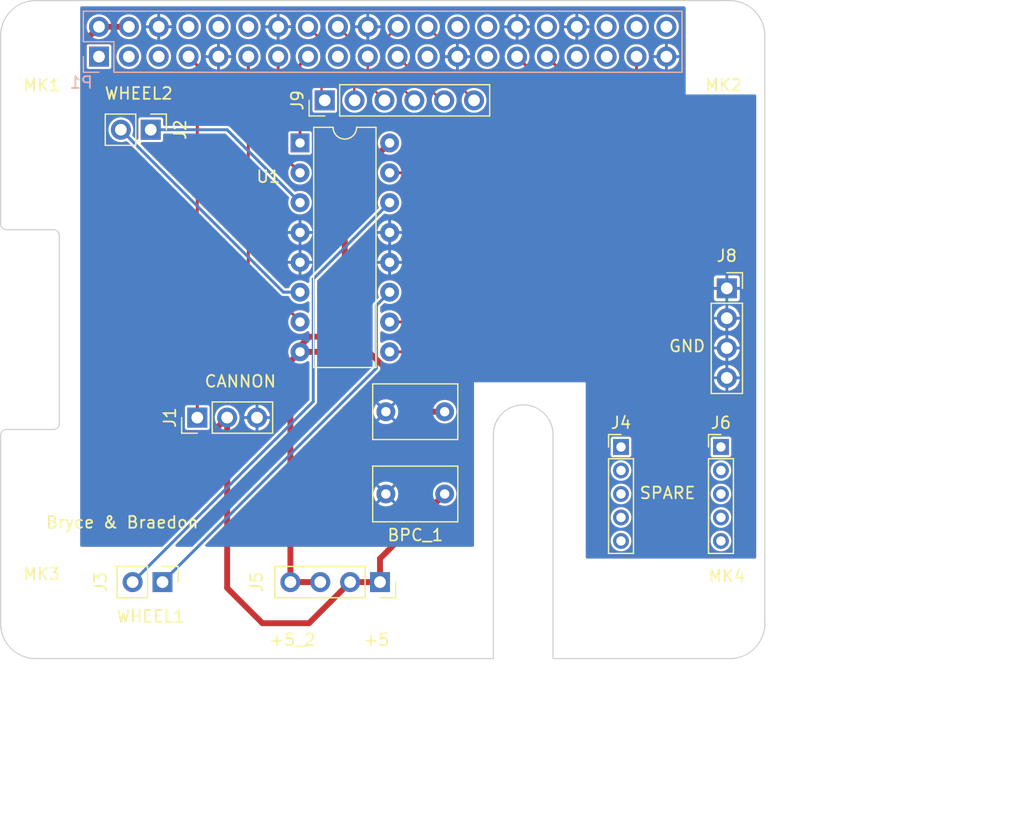
<source format=kicad_pcb>
(kicad_pcb (version 20240108) (generator "pcbnew") (generator_version "8.0")
  (title_block (date "15 nov 2012"))
  (layers (0 "F.Cu" signal) (31 "B.Cu" signal) (34 "B.Paste" user) (35 "F.Paste" user) (36 "B.SilkS" user "B.Silkscreen") (37 "F.SilkS" user "F.Silkscreen") (38 "B.Mask" user) (39 "F.Mask" user) (44 "Edge.Cuts" user))
  (net 0 "")
  (net 1 "+3V3")
  (net 2 "+5V")
  (net 3 "GND")
  (net 4 "/ID_SD")
  (net 5 "/ID_SC")
  (net 6 "/+5_2")
  (net 7 "/Cannon")
  (net 8 "/M1_R_O")
  (net 9 "/GPIO2(SDA1)")
  (net 10 "/GPIO3(SCL1)")
  (net 11 "/M1_F_O")
  (net 12 "/GPIO14(TXD0)")
  (net 13 "/GPIO15(RXD0)")
  (net 14 "/M2_R_O")
  (net 15 "/M2_F_O")
  (net 16 "/EN_2")
  (net 17 "/GPIO23(GEN4)")
  (net 18 "/GPIO24(GEN5)")
  (net 19 "/GPIO25(GEN6)")
  (net 20 "/GPIO18(GEN1)(PWM0)")
  (net 21 "/GPIO7(SPI1_CE_N)")
  (net 22 "/GPIO12(PWM0)")
  (net 23 "/GPIO13(PWM1)")
  (net 24 "/GPIO19(SPI1_MISO)")
  (net 25 "/GPIO16")
  (net 26 "/DO1")
  (net 27 "/DO2")
  (net 28 "/ADCCS")
  (net 29 "/ADCDIN")
  (net 30 "/ADCDOUT")
  (net 31 "/ADCCLK")
  (net 32 "/M1_R_I")
  (net 33 "/M1_F_I")
  (net 34 "/EN_1")
  (net 35 "/M2_F_I")
  (net 36 "/M2_R_I")
  (footprint "MountingHole:MountingHole_2.7mm_M2.5" (layer "F.Cu") (at 133.23 99.51)
    (property "Reference" "MK4" (at 0.27 -3.51 0) (layer "F.SilkS"))
    (property "Value" "M2.5")
    (pad "" np_thru_hole circle (at 0 0) (size 2.7 2.7) (drill 2.7) (layers "*.Cu" "*.Mask"))
  )
  (footprint "MountingHole:MountingHole_2.7mm_M2.5" (layer "F.Cu") (at 75.23 99.51)
    (property "Reference" "MK3" (at 0 -3.7 0) (layer "F.SilkS"))
    (property "Value" "M2.5")
    (pad "" np_thru_hole circle (at 0 0) (size 2.7 2.7) (drill 2.7) (layers "*.Cu" "*.Mask"))
  )
  (footprint "MountingHole:MountingHole_2.7mm_M2.5" (layer "F.Cu") (at 75.23 50.51 180)
    (property "Reference" "MK1" (at 0 -3.7 180) (layer "F.SilkS"))
    (property "Value" "M2.5")
    (pad "" np_thru_hole circle (at 0 0 180) (size 2.7 2.7) (drill 2.7) (layers "*.Cu" "*.Mask"))
  )
  (footprint "MountingHole:MountingHole_2.7mm_M2.5" (layer "F.Cu") (at 133.23 50.51 180)
    (property "Reference" "MK2" (at 0 -3.7 180) (layer "F.SilkS"))
    (property "Value" "M2.5")
    (pad "" np_thru_hole circle (at 0 0 180) (size 2.7 2.7) (drill 2.7) (layers "*.Cu" "*.Mask"))
  )
  (footprint "Connector_PinHeader_2.54mm:PinHeader_1x06_P2.54mm_Vertical" (layer "F.Cu") (at 99.3 55.5 90)
    (property "Reference" "J9" (at 0 -2.33 -90) (layer "F.SilkS"))
    (property "Value" "Conn_01x06_Pin")
    (fp_line (start -1.33 -1.33) (end 0 -1.33) (stroke (width 0.12)) (layer "F.SilkS"))
    (fp_line (start -1.33 0) (end -1.33 -1.33) (stroke (width 0.12)) (layer "F.SilkS"))
    (fp_line (start 1.33 1.27) (end 1.33 14.03) (stroke (width 0.12)) (layer "F.SilkS"))
    (fp_line (start -1.33 1.27) (end 1.33 1.27) (stroke (width 0.12)) (layer "F.SilkS"))
    (fp_line (start -1.33 1.27) (end -1.33 14.03) (stroke (width 0.12)) (layer "F.SilkS"))
    (fp_line (start -1.33 14.03) (end 1.33 14.03) (stroke (width 0.12)) (layer "F.SilkS"))
    (pad "1" thru_hole rect (at 0 0 90) (size 1.7 1.7) (drill 1) (layers "*.Cu" "*.Mask") (net 17 "/GPIO23(GEN4)"))
    (pad "2" thru_hole oval (at 0 2.54 90) (size 1.7 1.7) (drill 1) (layers "*.Cu" "*.Mask") (net 18 "/GPIO24(GEN5)"))
    (pad "3" thru_hole oval (at 0 5.08 90) (size 1.7 1.7) (drill 1) (layers "*.Cu" "*.Mask") (net 29 "/ADCDIN"))
    (pad "4" thru_hole oval (at 0 7.62 90) (size 1.7 1.7) (drill 1) (layers "*.Cu" "*.Mask") (net 19 "/GPIO25(GEN6)"))
    (pad "5" thru_hole oval (at 0 10.16 90) (size 1.7 1.7) (drill 1) (layers "*.Cu" "*.Mask") (net 30 "/ADCDOUT"))
    (pad "6" thru_hole oval (at 0 12.7 90) (size 1.7 1.7) (drill 1) (layers "*.Cu" "*.Mask") (net 28 "/ADCCS"))
  )
  (footprint "Connector_PinHeader_2.54mm:PinHeader_1x03_P2.54mm_Vertical" (layer "F.Cu") (at 88.46 82.5 90)
    (property "Reference" "J1" (at 0 -2.33 -90) (layer "F.SilkS"))
    (property "Value" "Conn_01x03_Pin")
    (fp_line (start -1.33 -1.33) (end 0 -1.33) (stroke (width 0.12)) (layer "F.SilkS"))
    (fp_line (start -1.33 0) (end -1.33 -1.33) (stroke (width 0.12)) (layer "F.SilkS"))
    (fp_line (start 1.33 1.27) (end 1.33 6.41) (stroke (width 0.12)) (layer "F.SilkS"))
    (fp_line (start -1.33 1.27) (end 1.33 1.27) (stroke (width 0.12)) (layer "F.SilkS"))
    (fp_line (start -1.33 1.27) (end -1.33 6.41) (stroke (width 0.12)) (layer "F.SilkS"))
    (fp_line (start -1.33 6.41) (end 1.33 6.41) (stroke (width 0.12)) (layer "F.SilkS"))
    (pad "1" thru_hole rect (at 0 0 90) (size 1.7 1.7) (drill 1) (layers "*.Cu" "*.Mask") (net 7 "/Cannon"))
    (pad "2" thru_hole oval (at 0 2.54 90) (size 1.7 1.7) (drill 1) (layers "*.Cu" "*.Mask") (net 2 "+5V"))
    (pad "3" thru_hole oval (at 0 5.08 90) (size 1.7 1.7) (drill 1) (layers "*.Cu" "*.Mask") (net 3 "GND"))
  )
  (footprint "Capacitor_THT:C_Rect_L7.0mm_W4.5mm_P5.00mm" (layer "F.Cu") (at 109.5 82 180)
    (property "Reference" "BPC_2" (hide yes))
    (property "Value" "100uF")
    (fp_line (start 6.12 -2.37) (end 6.12 2.37) (stroke (width 0.12)) (layer "F.SilkS"))
    (fp_line (start -1.12 2.37) (end 6.12 2.37) (stroke (width 0.12)) (layer "F.SilkS"))
    (fp_line (start -1.12 -2.37) (end 6.12 -2.37) (stroke (width 0.12)) (layer "F.SilkS"))
    (fp_line (start -1.12 -2.37) (end -1.12 2.37) (stroke (width 0.12)) (layer "F.SilkS"))
    (pad "1" thru_hole circle (at 0 0 180) (size 1.6 1.6) (drill 0.8) (layers "*.Cu" "*.Mask") (net 6 "/+5_2"))
    (pad "2" thru_hole circle (at 5 0 180) (size 1.6 1.6) (drill 0.8) (layers "*.Cu" "*.Mask") (net 3 "GND"))
  )
  (footprint "Connector_PinHeader_2.00mm:PinHeader_1x05_P2.00mm_Vertical" (layer "F.Cu") (at 124.5 85)
    (property "Reference" "J4" (at 0 -2.06 0) (layer "F.SilkS"))
    (property "Value" "Conn_01x05_Pin")
    (fp_line (start -1.06 -1.06) (end 0 -1.06) (stroke (width 0.12)) (layer "F.SilkS"))
    (fp_line (start -1.06 0) (end -1.06 -1.06) (stroke (width 0.12)) (layer "F.SilkS"))
    (fp_line (start -1.06 1) (end -1.06 9.06) (stroke (width 0.12)) (layer "F.SilkS"))
    (fp_line (start -1.06 1) (end 1.06 1) (stroke (width 0.12)) (layer "F.SilkS"))
    (fp_line (start -1.06 9.06) (end 1.06 9.06) (stroke (width 0.12)) (layer "F.SilkS"))
    (fp_line (start 1.06 1) (end 1.06 9.06) (stroke (width 0.12)) (layer "F.SilkS"))
    (pad "1" thru_hole rect (at 0 0) (size 1.35 1.35) (drill 0.8) (layers "*.Cu" "*.Mask"))
    (pad "2" thru_hole oval (at 0 2) (size 1.35 1.35) (drill 0.8) (layers "*.Cu" "*.Mask"))
    (pad "3" thru_hole oval (at 0 4) (size 1.35 1.35) (drill 0.8) (layers "*.Cu" "*.Mask"))
    (pad "4" thru_hole oval (at 0 6) (size 1.35 1.35) (drill 0.8) (layers "*.Cu" "*.Mask"))
    (pad "5" thru_hole oval (at 0 8) (size 1.35 1.35) (drill 0.8) (layers "*.Cu" "*.Mask"))
  )
  (footprint "Connector_PinSocket_2.54mm:PinSocket_1x04_P2.54mm_Vertical" (layer "F.Cu") (at 133.5 71.5)
    (property "Reference" "J8" (at 0 -2.77 0) (layer "F.SilkS"))
    (property "Value" "Conn_01x04_Socket")
    (fp_line (start -1.33 1.27) (end -1.33 8.95) (stroke (width 0.12)) (layer "F.SilkS"))
    (fp_line (start -1.33 1.27) (end 1.33 1.27) (stroke (width 0.12)) (layer "F.SilkS"))
    (fp_line (start -1.33 8.95) (end 1.33 8.95) (stroke (width 0.12)) (layer "F.SilkS"))
    (fp_line (start 0 -1.33) (end 1.33 -1.33) (stroke (width 0.12)) (layer "F.SilkS"))
    (fp_line (start 1.33 -1.33) (end 1.33 0) (stroke (width 0.12)) (layer "F.SilkS"))
    (fp_line (start 1.33 1.27) (end 1.33 8.95) (stroke (width 0.12)) (layer "F.SilkS"))
    (pad "1" thru_hole rect (at 0 0) (size 1.7 1.7) (drill 1) (layers "*.Cu" "*.Mask") (net 3 "GND"))
    (pad "2" thru_hole oval (at 0 2.54) (size 1.7 1.7) (drill 1) (layers "*.Cu" "*.Mask") (net 3 "GND"))
    (pad "3" thru_hole oval (at 0 5.08) (size 1.7 1.7) (drill 1) (layers "*.Cu" "*.Mask") (net 3 "GND"))
    (pad "4" thru_hole oval (at 0 7.62) (size 1.7 1.7) (drill 1) (layers "*.Cu" "*.Mask") (net 3 "GND"))
  )
  (footprint "Capacitor_THT:C_Rect_L7.0mm_W4.5mm_P5.00mm" (layer "F.Cu") (at 109.5 89 180)
    (property "Reference" "BPC_1" (at 2.5 -3.5 180) (layer "F.SilkS"))
    (property "Value" "100uF")
    (fp_line (start 6.12 -2.37) (end 6.12 2.37) (stroke (width 0.12)) (layer "F.SilkS"))
    (fp_line (start -1.12 2.37) (end 6.12 2.37) (stroke (width 0.12)) (layer "F.SilkS"))
    (fp_line (start -1.12 -2.37) (end 6.12 -2.37) (stroke (width 0.12)) (layer "F.SilkS"))
    (fp_line (start -1.12 -2.37) (end -1.12 2.37) (stroke (width 0.12)) (layer "F.SilkS"))
    (pad "1" thru_hole circle (at 0 0 180) (size 1.6 1.6) (drill 0.8) (layers "*.Cu" "*.Mask") (net 2 "+5V"))
    (pad "2" thru_hole circle (at 5 0 180) (size 1.6 1.6) (drill 0.8) (layers "*.Cu" "*.Mask") (net 3 "GND"))
  )
  (footprint "Package_DIP:DIP-16_W7.62mm" (layer "F.Cu") (at 97.2 59.125)
    (property "Reference" "U1" (at -2.7 2.875 0) (layer "F.SilkS"))
    (property "Value" "L293")
    (fp_line (start 1.16 -1.33) (end 1.16 19.11) (stroke (width 0.12)) (layer "F.SilkS"))
    (fp_line (start 1.16 19.11) (end 6.46 19.11) (stroke (width 0.12)) (layer "F.SilkS"))
    (fp_line (start 2.81 -1.33) (end 1.16 -1.33) (stroke (width 0.12)) (layer "F.SilkS"))
    (fp_line (start 6.46 -1.33) (end 4.81 -1.33) (stroke (width 0.12)) (layer "F.SilkS"))
    (fp_line (start 6.46 19.11) (end 6.46 -1.33) (stroke (width 0.12)) (layer "F.SilkS"))
    (fp_arc (start 4.81 -1.33) (mid 3.81 -0.33) (end 2.81 -1.33) (stroke (width 0.12)) (layer "F.SilkS"))
    (pad "1" thru_hole rect (at 0 0) (size 1.6 1.6) (drill 0.8) (layers "*.Cu" "*.Mask") (net 34 "/EN_1"))
    (pad "2" thru_hole oval (at 0 2.54) (size 1.6 1.6) (drill 0.8) (layers "*.Cu" "*.Mask") (net 33 "/M1_F_I"))
    (pad "3" thru_hole oval (at 0 5.08) (size 1.6 1.6) (drill 0.8) (layers "*.Cu" "*.Mask") (net 11 "/M1_F_O"))
    (pad "4" thru_hole oval (at 0 7.62) (size 1.6 1.6) (drill 0.8) (layers "*.Cu" "*.Mask") (net 3 "GND"))
    (pad "5" thru_hole oval (at 0 10.16) (size 1.6 1.6) (drill 0.8) (layers "*.Cu" "*.Mask") (net 3 "GND"))
    (pad "6" thru_hole oval (at 0 12.7) (size 1.6 1.6) (drill 0.8) (layers "*.Cu" "*.Mask") (net 8 "/M1_R_O"))
    (pad "7" thru_hole oval (at 0 15.24) (size 1.6 1.6) (drill 0.8) (layers "*.Cu" "*.Mask") (net 32 "/M1_R_I"))
    (pad "8" thru_hole oval (at 0 17.78) (size 1.6 1.6) (drill 0.8) (layers "*.Cu" "*.Mask") (net 6 "/+5_2"))
    (pad "9" thru_hole oval (at 7.62 17.78) (size 1.6 1.6) (drill 0.8) (layers "*.Cu" "*.Mask") (net 16 "/EN_2"))
    (pad "10" thru_hole oval (at 7.62 15.24) (size 1.6 1.6) (drill 0.8) (layers "*.Cu" "*.Mask") (net 35 "/M2_F_I"))
    (pad "11" thru_hole oval (at 7.62 12.7) (size 1.6 1.6) (drill 0.8) (layers "*.Cu" "*.Mask") (net 15 "/M2_F_O"))
    (pad "12" thru_hole oval (at 7.62 10.16) (size 1.6 1.6) (drill 0.8) (layers "*.Cu" "*.Mask") (net 3 "GND"))
    (pad "13" thru_hole oval (at 7.62 7.62) (size 1.6 1.6) (drill 0.8) (layers "*.Cu" "*.Mask") (net 3 "GND"))
    (pad "14" thru_hole oval (at 7.62 5.08) (size 1.6 1.6) (drill 0.8) (layers "*.Cu" "*.Mask") (net 14 "/M2_R_O"))
    (pad "15" thru_hole oval (at 7.62 2.54) (size 1.6 1.6) (drill 0.8) (layers "*.Cu" "*.Mask") (net 36 "/M2_R_I"))
    (pad "16" thru_hole oval (at 7.62 0) (size 1.6 1.6) (drill 0.8) (layers "*.Cu" "*.Mask") (net 6 "/+5_2"))
  )
  (footprint "Connector_PinHeader_2.54mm:PinHeader_1x02_P2.54mm_Vertical" (layer "F.Cu") (at 85.5 96.5 -90)
    (property "Reference" "J3" (at 0 5.275 90) (layer "F.SilkS"))
    (property "Value" "Conn_01x02_Pin")
    (fp_line (start -1.33 3.87) (end 1.33 3.87) (stroke (width 0.12)) (layer "F.SilkS"))
    (fp_line (start -1.33 1.27) (end -1.33 3.87) (stroke (width 0.12)) (layer "F.SilkS"))
    (fp_line (start -1.33 1.27) (end 1.33 1.27) (stroke (width 0.12)) (layer "F.SilkS"))
    (fp_line (start 1.33 1.27) (end 1.33 3.87) (stroke (width 0.12)) (layer "F.SilkS"))
    (fp_line (start -1.33 0) (end -1.33 -1.33) (stroke (width 0.12)) (layer "F.SilkS"))
    (fp_line (start -1.33 -1.33) (end 0 -1.33) (stroke (width 0.12)) (layer "F.SilkS"))
    (pad "1" thru_hole rect (at 0 0 270) (size 1.7 1.7) (drill 1) (layers "*.Cu" "*.Mask") (net 15 "/M2_F_O"))
    (pad "2" thru_hole oval (at 0 2.54 270) (size 1.7 1.7) (drill 1) (layers "*.Cu" "*.Mask") (net 14 "/M2_R_O"))
  )
  (footprint "Connector_PinHeader_2.00mm:PinHeader_1x05_P2.00mm_Vertical" (layer "F.Cu") (at 133 85)
    (property "Reference" "J6" (at 0 -2.06 0) (layer "F.SilkS"))
    (property "Value" "Conn_01x05_Pin")
    (fp_line (start -1.06 -1.06) (end 0 -1.06) (stroke (width 0.12)) (layer "F.SilkS"))
    (fp_line (start -1.06 0) (end -1.06 -1.06) (stroke (width 0.12)) (layer "F.SilkS"))
    (fp_line (start -1.06 1) (end -1.06 9.06) (stroke (width 0.12)) (layer "F.SilkS"))
    (fp_line (start -1.06 1) (end 1.06 1) (stroke (width 0.12)) (layer "F.SilkS"))
    (fp_line (start -1.06 9.06) (end 1.06 9.06) (stroke (width 0.12)) (layer "F.SilkS"))
    (fp_line (start 1.06 1) (end 1.06 9.06) (stroke (width 0.12)) (layer "F.SilkS"))
    (pad "1" thru_hole rect (at 0 0) (size 1.35 1.35) (drill 0.8) (layers "*.Cu" "*.Mask"))
    (pad "2" thru_hole oval (at 0 2) (size 1.35 1.35) (drill 0.8) (layers "*.Cu" "*.Mask"))
    (pad "3" thru_hole oval (at 0 4) (size 1.35 1.35) (drill 0.8) (layers "*.Cu" "*.Mask"))
    (pad "4" thru_hole oval (at 0 6) (size 1.35 1.35) (drill 0.8) (layers "*.Cu" "*.Mask"))
    (pad "5" thru_hole oval (at 0 8) (size 1.35 1.35) (drill 0.8) (layers "*.Cu" "*.Mask"))
  )
  (footprint "Connector_PinHeader_2.54mm:PinHeader_1x02_P2.54mm_Vertical" (layer "F.Cu") (at 84.5 58 -90)
    (property "Reference" "J2" (at 0 -2.5 90) (layer "F.SilkS"))
    (property "Value" "Conn_01x02_Pin")
    (fp_line (start -1.33 3.87) (end 1.33 3.87) (stroke (width 0.12)) (layer "F.SilkS"))
    (fp_line (start -1.33 1.27) (end -1.33 3.87) (stroke (width 0.12)) (layer "F.SilkS"))
    (fp_line (start -1.33 1.27) (end 1.33 1.27) (stroke (width 0.12)) (layer "F.SilkS"))
    (fp_line (start 1.33 1.27) (end 1.33 3.87) (stroke (width 0.12)) (layer "F.SilkS"))
    (fp_line (start -1.33 0) (end -1.33 -1.33) (stroke (width 0.12)) (layer "F.SilkS"))
    (fp_line (start -1.33 -1.33) (end 0 -1.33) (stroke (width 0.12)) (layer "F.SilkS"))
    (pad "1" thru_hole rect (at 0 0 270) (size 1.7 1.7) (drill 1) (layers "*.Cu" "*.Mask") (net 11 "/M1_F_O"))
    (pad "2" thru_hole oval (at 0 2.54 270) (size 1.7 1.7) (drill 1) (layers "*.Cu" "*.Mask") (net 8 "/M1_R_O"))
  )
  (footprint "Connector_PinSocket_2.54mm:PinSocket_1x04_P2.54mm_Vertical" (layer "F.Cu") (at 104 96.5 -90)
    (property "Reference" "J5" (at 0 10.5 90) (layer "F.SilkS"))
    (property "Value" "Conn_01x04_Socket")
    (fp_line (start -1.33 8.95) (end 1.33 8.95) (stroke (width 0.12)) (layer "F.SilkS"))
    (fp_line (start -1.33 1.27) (end -1.33 8.95) (stroke (width 0.12)) (layer "F.SilkS"))
    (fp_line (start -1.33 1.27) (end 1.33 1.27) (stroke (width 0.12)) (layer "F.SilkS"))
    (fp_line (start 1.33 1.27) (end 1.33 8.95) (stroke (width 0.12)) (layer "F.SilkS"))
    (fp_line (start 0 -1.33) (end 1.33 -1.33) (stroke (width 0.12)) (layer "F.SilkS"))
    (fp_line (start 1.33 -1.33) (end 1.33 0) (stroke (width 0.12)) (layer "F.SilkS"))
    (pad "1" thru_hole rect (at 0 0 270) (size 1.7 1.7) (drill 1) (layers "*.Cu" "*.Mask") (net 2 "+5V"))
    (pad "2" thru_hole oval (at 0 2.54 270) (size 1.7 1.7) (drill 1) (layers "*.Cu" "*.Mask") (net 2 "+5V"))
    (pad "3" thru_hole oval (at 0 5.08 270) (size 1.7 1.7) (drill 1) (layers "*.Cu" "*.Mask") (net 6 "/+5_2"))
    (pad "4" thru_hole oval (at 0 7.62 270) (size 1.7 1.7) (drill 1) (layers "*.Cu" "*.Mask") (net 6 "/+5_2"))
  )
  (footprint "Connector_PinSocket_2.54mm:PinSocket_2x20_P2.54mm_Vertical" (layer "B.Cu") (at 80.1 51.78 -90)
    (property "Reference" "P1" (at 2.208 1.512 0) (layer "B.SilkS") (effects (justify mirror)))
    (property "Value" "Conn_02x20_Odd_Even")
    (fp_line (start -3.87 1.33) (end -1.27 1.33) (stroke (width 0.12)) (layer "B.SilkS"))
    (fp_line (start -3.87 1.33) (end -3.87 -49.59) (stroke (width 0.12)) (layer "B.SilkS"))
    (fp_line (start -1.27 1.33) (end -1.27 -1.27) (stroke (width 0.12)) (layer "B.SilkS"))
    (fp_line (start 0 1.33) (end 1.33 1.33) (stroke (width 0.12)) (layer "B.SilkS"))
    (fp_line (start 1.33 1.33) (end 1.33 0) (stroke (width 0.12)) (layer "B.SilkS"))
    (fp_line (start -1.27 -1.27) (end 1.33 -1.27) (stroke (width 0.12)) (layer "B.SilkS"))
    (fp_line (start 1.33 -1.27) (end 1.33 -49.59) (stroke (width 0.12)) (layer "B.SilkS"))
    (fp_line (start -3.87 -49.59) (end 1.33 -49.59) (stroke (width 0.12)) (layer "B.SilkS"))
    (pad "1" thru_hole rect (at 0 0 270) (size 1.7 1.7) (drill 1) (layers "*.Cu" "*.Mask") (net 1 "+3V3"))
    (pad "2" thru_hole oval (at -2.54 0 270) (size 1.7 1.7) (drill 1) (layers "*.Cu" "*.Mask") (net 2 "+5V"))
    (pad "3" thru_hole oval (at 0 -2.54 270) (size 1.7 1.7) (drill 1) (layers "*.Cu" "*.Mask") (net 9 "/GPIO2(SDA1)"))
    (pad "4" thru_hole oval (at -2.54 -2.54 270) (size 1.7 1.7) (drill 1) (layers "*.Cu" "*.Mask") (net 2 "+5V"))
    (pad "5" thru_hole oval (at 0 -5.08 270) (size 1.7 1.7) (drill 1) (layers "*.Cu" "*.Mask") (net 10 "/GPIO3(SCL1)"))
    (pad "6" thru_hole oval (at -2.54 -5.08 270) (size 1.7 1.7) (drill 1) (layers "*.Cu" "*.Mask") (net 3 "GND"))
    (pad "7" thru_hole oval (at 0 -7.62 270) (size 1.7 1.7) (drill 1) (layers "*.Cu" "*.Mask") (net 7 "/Cannon"))
    (pad "8" thru_hole oval (at -2.54 -7.62 270) (size 1.7 1.7) (drill 1) (layers "*.Cu" "*.Mask") (net 12 "/GPIO14(TXD0)"))
    (pad "9" thru_hole oval (at 0 -10.16 270) (size 1.7 1.7) (drill 1) (layers "*.Cu" "*.Mask") (net 3 "GND"))
    (pad "10" thru_hole oval (at -2.54 -10.16 270) (size 1.7 1.7) (drill 1) (layers "*.Cu" "*.Mask") (net 13 "/GPIO15(RXD0)"))
    (pad "11" thru_hole oval (at 0 -12.7 270) (size 1.7 1.7) (drill 1) (layers "*.Cu" "*.Mask") (net 32 "/M1_R_I"))
    (pad "12" thru_hole oval (at -2.54 -12.7 270) (size 1.7 1.7) (drill 1) (layers "*.Cu" "*.Mask") (net 20 "/GPIO18(GEN1)(PWM0)"))
    (pad "13" thru_hole oval (at 0 -15.24 270) (size 1.7 1.7) (drill 1) (layers "*.Cu" "*.Mask") (net 33 "/M1_F_I"))
    (pad "14" thru_hole oval (at -2.54 -15.24 270) (size 1.7 1.7) (drill 1) (layers "*.Cu" "*.Mask") (net 3 "GND"))
    (pad "15" thru_hole oval (at 0 -17.78 270) (size 1.7 1.7) (drill 1) (layers "*.Cu" "*.Mask") (net 34 "/EN_1"))
    (pad "16" thru_hole oval (at -2.54 -17.78 270) (size 1.7 1.7) (drill 1) (layers "*.Cu" "*.Mask") (net 17 "/GPIO23(GEN4)"))
    (pad "17" thru_hole oval (at 0 -20.32 270) (size 1.7 1.7) (drill 1) (layers "*.Cu" "*.Mask") (net 1 "+3V3"))
    (pad "18" thru_hole oval (at -2.54 -20.32 270) (size 1.7 1.7) (drill 1) (layers "*.Cu" "*.Mask") (net 18 "/GPIO24(GEN5)"))
    (pad "19" thru_hole oval (at 0 -22.86 270) (size 1.7 1.7) (drill 1) (layers "*.Cu" "*.Mask") (net 29 "/ADCDIN"))
    (pad "20" thru_hole oval (at -2.54 -22.86 270) (size 1.7 1.7) (drill 1) (layers "*.Cu" "*.Mask") (net 3 "GND"))
    (pad "21" thru_hole oval (at 0 -25.4 270) (size 1.7 1.7) (drill 1) (layers "*.Cu" "*.Mask") (net 30 "/ADCDOUT"))
    (pad "22" thru_hole oval (at -2.54 -25.4 270) (size 1.7 1.7) (drill 1) (layers "*.Cu" "*.Mask") (net 19 "/GPIO25(GEN6)"))
    (pad "23" thru_hole oval (at 0 -27.94 270) (size 1.7 1.7) (drill 1) (layers "*.Cu" "*.Mask") (net 31 "/ADCCLK"))
    (pad "24" thru_hole oval (at -2.54 -27.94 270) (size 1.7 1.7) (drill 1) (layers "*.Cu" "*.Mask") (net 28 "/ADCCS"))
    (pad "25" thru_hole oval (at 0 -30.48 270) (size 1.7 1.7) (drill 1) (layers "*.Cu" "*.Mask") (net 3 "GND"))
    (pad "26" thru_hole oval (at -2.54 -30.48 270) (size 1.7 1.7) (drill 1) (layers "*.Cu" "*.Mask") (net 21 "/GPIO7(SPI1_CE_N)"))
    (pad "27" thru_hole oval (at 0 -33.02 270) (size 1.7 1.7) (drill 1) (layers "*.Cu" "*.Mask") (net 4 "/ID_SD"))
    (pad "28" thru_hole oval (at -2.54 -33.02 270) (size 1.7 1.7) (drill 1) (layers "*.Cu" "*.Mask") (net 5 "/ID_SC"))
    (pad "29" thru_hole oval (at 0 -35.56 270) (size 1.7 1.7) (drill 1) (layers "*.Cu" "*.Mask") (net 36 "/M2_R_I"))
    (pad "30" thru_hole oval (at -2.54 -35.56 270) (size 1.7 1.7) (drill 1) (layers "*.Cu" "*.Mask") (net 3 "GND"))
    (pad "31" thru_hole oval (at 0 -38.1 270) (size 1.7 1.7) (drill 1) (layers "*.Cu" "*.Mask") (net 35 "/M2_F_I"))
    (pad "32" thru_hole oval (at -2.54 -38.1 270) (size 1.7 1.7) (drill 1) (layers "*.Cu" "*.Mask") (net 22 "/GPIO12(PWM0)"))
    (pad "33" thru_hole oval (at 0 -40.64 270) (size 1.7 1.7) (drill 1) (layers "*.Cu" "*.Mask") (net 23 "/GPIO13(PWM1)"))
    (pad "34" thru_hole oval (at -2.54 -40.64 270) (size 1.7 1.7) (drill 1) (layers "*.Cu" "*.Mask") (net 3 "GND"))
    (pad "35" thru_hole oval (at 0 -43.18 270) (size 1.7 1.7) (drill 1) (layers "*.Cu" "*.Mask") (net 24 "/GPIO19(SPI1_MISO)"))
    (pad "36" thru_hole oval (at -2.54 -43.18 270) (size 1.7 1.7) (drill 1) (layers "*.Cu" "*.Mask") (net 25 "/GPIO16"))
    (pad "37" thru_hole oval (at 0 -45.72 270) (size 1.7 1.7) (drill 1) (layers "*.Cu" "*.Mask") (net 16 "/EN_2"))
    (pad "38" thru_hole oval (at -2.54 -45.72 270) (size 1.7 1.7) (drill 1) (layers "*.Cu" "*.Mask") (net 26 "/DO1"))
    (pad "39" thru_hole oval (at 0 -48.26 270) (size 1.7 1.7) (drill 1) (layers "*.Cu" "*.Mask") (net 3 "GND"))
    (pad "40" thru_hole oval (at -2.54 -48.26 270) (size 1.7 1.7) (drill 1) (layers "*.Cu" "*.Mask") (net 27 "/DO2"))
  )
  (gr_line (start 71.73 84.01) (end 71.73 100.01) (stroke (width 0.1)) (layer "Edge.Cuts"))
  (gr_line (start 136.73 100.01) (end 136.73 50.01) (stroke (width 0.1)) (layer "Edge.Cuts"))
  (gr_line (start 74.73 103.01) (end 113.64 103.01) (stroke (width 0.1)) (layer "Edge.Cuts"))
  (gr_arc (start 76.73 83.01) (mid 76.583553 83.363553) (end 76.23 83.51) (stroke (width 0.1)) (layer "Edge.Cuts"))
  (gr_line (start 76.23 83.51) (end 72.23 83.51) (stroke (width 0.1)) (layer "Edge.Cuts"))
  (gr_arc (start 113.640492 84.00999) (mid 116.155004 81.420123) (end 118.72 83.96) (stroke (width 0.1)) (layer "Edge.Cuts"))
  (gr_line (start 113.64 103.01) (end 113.64 84.01) (stroke (width 0.1)) (layer "Edge.Cuts"))
  (gr_line (start 118.72 83.96) (end 118.72 103.01) (stroke (width 0.1)) (layer "Edge.Cuts"))
  (gr_arc (start 133.73 47.01) (mid 135.85132 47.88868) (end 136.73 50.01) (stroke (width 0.1)) (layer "Edge.Cuts"))
  (gr_arc (start 72.23 66.51) (mid 71.876447 66.363553) (end 71.73 66.01) (stroke (width 0.1)) (layer "Edge.Cuts"))
  (gr_arc (start 136.738803 100.01) (mid 135.937365 102.054611) (end 133.96 103.009999) (stroke (width 0.1)) (layer "Edge.Cuts"))
  (gr_arc (start 71.73 84.01) (mid 71.876138 83.656755) (end 72.229127 83.510001) (stroke (width 0.1)) (layer "Edge.Cuts"))
  (gr_arc (start 74.73 103.01) (mid 72.60868 102.13132) (end 71.73 100.01) (stroke (width 0.1)) (layer "Edge.Cuts"))
  (gr_arc (start 76.23 66.51) (mid 76.583553 66.656447) (end 76.73 67.01) (stroke (width 0.1)) (layer "Edge.Cuts"))
  (gr_arc (start 71.73 50.01) (mid 72.60868 47.88868) (end 74.73 47.01) (stroke (width 0.1)) (layer "Edge.Cuts"))
  (gr_line (start 133.73 47.01) (end 74.73 47.01) (stroke (width 0.1)) (layer "Edge.Cuts"))
  (gr_line (start 118.72 103.01) (end 133.96 103.01) (stroke (width 0.1)) (layer "Edge.Cuts"))
  (gr_line (start 72.23 66.51) (end 76.23 66.51) (stroke (width 0.1)) (layer "Edge.Cuts"))
  (gr_line (start 71.73 50.01) (end 71.73 66.01) (stroke (width 0.1)) (layer "Edge.Cuts"))
  (gr_line (start 76.73 67.01) (end 76.73 83.01) (stroke (width 0.1)) (layer "Edge.Cuts"))
  (gr_text "WHEEL1" (at 81.5 100 0) (layer "F.SilkS") (effects (font (size 1 1)) (justify left bottom)))
  (gr_text "Bryce & Braedon" (at 75.5 92 0) (layer "F.SilkS") (effects (font (size 1 1)) (justify left bottom)))
  (gr_text "GND" (at 128.5 77 0) (layer "F.SilkS") (effects (font (size 1 1)) (justify left bottom)))
  (gr_text "+5" (at 102.5 102 0) (layer "F.SilkS") (effects (font (size 1 1)) (justify left bottom)))
  (gr_text "WHEEL2" (at 80.5 55.5 0) (layer "F.SilkS") (effects (font (size 1 1)) (justify left bottom)))
  (gr_text "+5_2" (at 94.5 102 0) (layer "F.SilkS") (effects (font (size 1 1)) (justify left bottom)))
  (gr_text "SPARE" (at 126 89.5 0) (layer "F.SilkS") (effects (font (size 1 1)) (justify left bottom)))
  (gr_text "CANNON" (at 89 80 0) (layer "F.SilkS") (effects (font (size 1 1)) (justify left bottom)))
  (segment (start 91 97) (end 94 100) (width 0.5) (layer "F.Cu") (net 2))
  (segment (start 94 100) (end 97.96 100) (width 0.5) (layer "F.Cu") (net 2))
  (segment (start 78.8 84.3) (end 78.8 50.54) (width 0.5) (layer "F.Cu") (net 2))
  (segment (start 104 96.5) (end 104 94.5) (width 0.5) (layer "F.Cu") (net 2))
  (segment (start 91 82.5) (end 88.5 85) (width 0.5) (layer "F.Cu") (net 2))
  (segment (start 88.5 85) (end 79.5 85) (width 0.5) (layer "F.Cu") (net 2))
  (segment (start 101.46 96.5) (end 104 96.5) (width 0.5) (layer "F.Cu") (net 2))
  (segment (start 80.1 49.24) (end 82.64 49.24) (width 0.5) (layer "F.Cu") (net 2))
  (segment (start 104.015 96.485) (end 104 96.5) (width 0.5) (layer "F.Cu") (net 2))
  (segment (start 78.8 50.54) (end 80.1 49.24) (width 0.5) (layer "F.Cu") (net 2))
  (segment (start 91 82.5) (end 91 97) (width 0.5) (layer "F.Cu") (net 2))
  (segment (start 79.5 85) (end 78.8 84.3) (width 0.5) (layer "F.Cu") (net 2))
  (segment (start 104 94.5) (end 109.5 89) (width 0.5) (layer "F.Cu") (net 2))
  (segment (start 97.96 100) (end 101.46 96.5) (width 0.5) (layer "F.Cu") (net 2))
  (segment (start 97.2 76.905) (end 97.2 76.415) (width 0.5) (layer "F.Cu") (net 6))
  (segment (start 108.147233 82) (end 103.052233 76.905) (width 0.5) (layer "F.Cu") (net 6))
  (segment (start 97.2 76.415) (end 98 75.615) (width 0.5) (layer "F.Cu") (net 6))
  (segment (start 109.5 82) (end 108.147233 82) (width 0.5) (layer "F.Cu") (net 6))
  (segment (start 98 75.615) (end 99.801383 75.615) (width 0.5) (layer "F.Cu") (net 6))
  (segment (start 96.38 96.5) (end 96.38 77.725) (width 0.5) (layer "F.Cu") (net 6))
  (segment (start 99.801383 75.615) (end 101 74.416383) (width 0.5) (layer "F.Cu") (net 6))
  (segment (start 103.57 61.43) (end 103.57 60.375) (width 0.5) (layer "F.Cu") (net 6))
  (segment (start 103.57 60.375) (end 104.82 59.125) (width 0.5) (layer "F.Cu") (net 6))
  (segment (start 103.052233 76.905) (end 97.2 76.905) (width 0.5) (layer "F.Cu") (net 6))
  (segment (start 101 64) (end 103.57 61.43) (width 0.5) (layer "F.Cu") (net 6))
  (segment (start 98.92 96.5) (end 96.38 96.5) (width 0.5) (layer "F.Cu") (net 6))
  (segment (start 101 74.416383) (end 101 64) (width 0.5) (layer "F.Cu") (net 6))
  (segment (start 96.38 77.725) (end 97.2 76.905) (width 0.5) (layer "F.Cu") (net 6))
  (segment (start 88.46 82.5) (end 88.46 52.52) (width 0.25) (layer "F.Cu") (net 7))
  (segment (start 88.46 52.52) (end 87.72 51.78) (width 0.25) (layer "F.Cu") (net 7))
  (segment (start 81.96 58) (end 95.785 71.825) (width 0.25) (layer "B.Cu") (net 8))
  (segment (start 95.785 71.825) (end 97.2 71.825) (width 0.25) (layer "B.Cu") (net 8))
  (segment (start 90.995 58) (end 97.2 64.205) (width 0.25) (layer "B.Cu") (net 11))
  (segment (start 84.5 58) (end 90.995 58) (width 0.25) (layer "B.Cu") (net 11))
  (segment (start 98.325 81.135) (end 98.325 70.7) (width 0.25) (layer "B.Cu") (net 14))
  (segment (start 82.96 96.5) (end 98.325 81.135) (width 0.25) (layer "B.Cu") (net 14))
  (segment (start 98.325 70.7) (end 104.82 64.205) (width 0.25) (layer "B.Cu") (net 14))
  (segment (start 85.5 96.5) (end 103.695 78.305) (width 0.25) (layer "B.Cu") (net 15))
  (segment (start 103.695 78.305) (end 103.695 72.95) (width 0.25) (layer "B.Cu") (net 15))
  (segment (start 103.695 72.95) (end 104.82 71.825) (width 0.25) (layer "B.Cu") (net 15))
  (segment (start 125.82 51.78) (end 125.82 72.18) (width 0.25) (layer "F.Cu") (net 16))
  (segment (start 121.095 76.905) (end 104.82 76.905) (width 0.25) (layer "F.Cu") (net 16))
  (segment (start 125.82 72.18) (end 121.095 76.905) (width 0.25) (layer "F.Cu") (net 16))
  (segment (start 97.88 49.24) (end 99.03 50.39) (width 0.2) (layer "F.Cu") (net 17))
  (segment (start 99.03 55.23) (end 99.3 55.5) (width 0.2) (layer "F.Cu") (net 17))
  (segment (start 99.03 50.39) (end 99.03 55.23) (width 0.2) (layer "F.Cu") (net 17))
  (segment (start 100.42 49.24) (end 101.81 50.63) (width 0.2) (layer "F.Cu") (net 18))
  (segment (start 101.81 50.63) (end 101.81 55.47) (width 0.2) (layer "F.Cu") (net 18))
  (segment (start 101.81 55.47) (end 101.84 55.5) (width 0.2) (layer "F.Cu") (net 18))
  (segment (start 104.35 50.39) (end 104.35 52.93) (width 0.2) (layer "F.Cu") (net 19))
  (segment (start 105.5 49.24) (end 104.35 50.39) (width 0.2) (layer "F.Cu") (net 19))
  (segment (start 104.35 52.93) (end 106.92 55.5) (width 0.2) (layer "F.Cu") (net 19))
  (segment (start 112 55.5) (end 109.43 52.93) (width 0.2) (layer "F.Cu") (net 28))
  (segment (start 109.43 50.63) (end 108.04 49.24) (width 0.2) (layer "F.Cu") (net 28))
  (segment (start 109.43 52.93) (end 109.43 50.63) (width 0.2) (layer "F.Cu") (net 28))
  (segment (start 102.96 51.78) (end 102.96 54.08) (width 0.2) (layer "F.Cu") (net 29))
  (segment (start 102.96 54.08) (end 104.38 55.5) (width 0.2) (layer "F.Cu") (net 29))
  (segment (start 109.22 55.5) (end 109.46 55.5) (width 0.2) (layer "F.Cu") (net 30))
  (segment (start 105.5 51.78) (end 109.22 55.5) (width 0.2) (layer "F.Cu") (net 30))
  (segment (start 97.2 74.365) (end 97.065 74.5) (width 0.25) (layer "F.Cu") (net 32))
  (segment (start 97.2 74.3) (end 92.8 69.9) (width 0.25) (layer "F.Cu") (net 32))
  (segment (start 97.2 74.365) (end 97.2 74.3) (width 0.25) (layer "F.Cu") (net 32))
  (segment (start 92.8 69.9) (end 92.8 51.78) (width 0.25) (layer "F.Cu") (net 32))
  (segment (start 97.2 61.665) (end 95.34 59.805) (width 0.25) (layer "F.Cu") (net 33))
  (segment (start 97.2 61.665) (end 97.2 61.375) (width 0.25) (layer "F.Cu") (net 33))
  (segment (start 95.34 59.805) (end 95.34 51.78) (width 0.25) (layer "F.Cu") (net 33))
  (segment (start 97.2 52.46) (end 97.88 51.78) (width 0.25) (layer "F.Cu") (net 34))
  (segment (start 97.2 59.125) (end 97.2 52.46) (width 0.25) (layer "F.Cu") (net 34))
  (segment (start 122.135 74.365) (end 123.5 73) (width 0.25) (layer "F.Cu") (net 35))
  (segment (start 123.5 57.08) (end 118.2 51.78) (width 0.25) (layer "F.Cu") (net 35))
  (segment (start 104.82 74.365) (end 122.135 74.365) (width 0.25) (layer "F.Cu") (net 35))
  (segment (start 123.5 73) (end 123.5 57.08) (width 0.25) (layer "F.Cu") (net 35))
  (segment (start 114.996701 61.665) (end 116.5 60.161701) (width 0.25) (layer "F.Cu") (net 36))
  (segment (start 104.82 61.665) (end 114.996701 61.665) (width 0.25) (layer "F.Cu") (net 36))
  (segment (start 116.5 60.161701) (end 116.5 52.62) (width 0.25) (layer "F.Cu") (net 36))
  (segment (start 116.5 52.62) (end 115.66 51.78) (width 0.25) (layer "F.Cu") (net 36))
  (zone (net 3) (net_name "GND") (layer "B.Cu") (connect_pads (clearance 0.1)) (min_thickness 0.25) (fill yes (thermal_gap 0.25) (thermal_bridge_width 0.25))
    (polygon (pts (xy 78.5 47.5) (xy 78.5 57) (xy 78.5 66) (xy 78.5 85) (xy 78.5 93.5) (xy 112 93.5) (xy 112 79.5) (xy 121.5 79.5) (xy 121.5 94.5) (xy 131 94.5) (xy 136 94.5) (xy 136 55) (xy 130 55) (xy 130 47.5)))
  )
)
</source>
